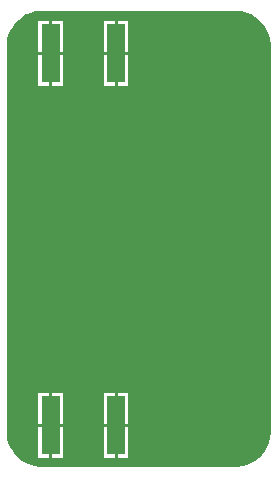
<source format=gbr>
%TF.GenerationSoftware,Altium Limited,Altium Designer,20.0.10 (225)*%
G04 Layer_Physical_Order=2*
G04 Layer_Color=16711680*
%FSLAX26Y26*%
%MOIN*%
%TF.FileFunction,Copper,L2,Bot,Signal*%
%TF.Part,Single*%
G01*
G75*
%TA.AperFunction,SMDPad,CuDef*%
%ADD11R,0.062992X0.196850*%
%TA.AperFunction,ViaPad*%
%ADD16C,0.050000*%
G36*
X5264981Y4893255D02*
X5279936Y4889247D01*
X5294241Y4883323D01*
X5307649Y4875581D01*
X5319932Y4866156D01*
X5330880Y4855208D01*
X5340306Y4842925D01*
X5348047Y4829516D01*
X5353972Y4815212D01*
X5357979Y4800257D01*
X5360000Y4784907D01*
Y4777165D01*
X5360000D01*
X5360000Y3494095D01*
X5360000Y3486353D01*
X5357979Y3471003D01*
X5353972Y3456048D01*
X5348047Y3441744D01*
X5340306Y3428335D01*
X5330880Y3416052D01*
X5319932Y3405104D01*
X5307649Y3395679D01*
X5294241Y3387937D01*
X5279937Y3382012D01*
X5264981Y3378005D01*
X5249631Y3375984D01*
X4590369D01*
X4575019Y3378005D01*
X4560063Y3382012D01*
X4545759Y3387937D01*
X4532351Y3395679D01*
X4520068Y3405104D01*
X4509120Y3416052D01*
X4499694Y3428335D01*
X4491953Y3441744D01*
X4486028Y3456048D01*
X4482021Y3471003D01*
X4480000Y3486353D01*
Y3494095D01*
X4480000D01*
X4480000Y4777165D01*
X4480000Y4784907D01*
X4482021Y4800257D01*
X4486028Y4815212D01*
X4491953Y4829516D01*
X4499694Y4842925D01*
X4509120Y4855208D01*
X4520068Y4866156D01*
X4532351Y4875581D01*
X4545759Y4883323D01*
X4560063Y4889247D01*
X4575019Y4893255D01*
X4590369Y4895276D01*
X5249631D01*
X5264981Y4893255D01*
D02*
G37*
%LPC*%
G36*
X4886201Y4861968D02*
X4849705D01*
Y4758543D01*
X4886201D01*
Y4861968D01*
D02*
G37*
G36*
X4839705D02*
X4803209D01*
Y4758543D01*
X4839705D01*
Y4861968D01*
D02*
G37*
G36*
X4668091D02*
X4631595D01*
Y4758543D01*
X4668091D01*
Y4861968D01*
D02*
G37*
G36*
X4621595D02*
X4585099D01*
Y4758543D01*
X4621595D01*
Y4861968D01*
D02*
G37*
G36*
X4886201Y4748543D02*
X4849705D01*
Y4645118D01*
X4886201D01*
Y4748543D01*
D02*
G37*
G36*
X4839705D02*
X4803209D01*
Y4645118D01*
X4839705D01*
Y4748543D01*
D02*
G37*
G36*
X4668091D02*
X4631595D01*
Y4645118D01*
X4668091D01*
Y4748543D01*
D02*
G37*
G36*
X4621595D02*
X4585099D01*
Y4645118D01*
X4621595D01*
Y4748543D01*
D02*
G37*
G36*
X4886201Y3622599D02*
X4849705D01*
Y3519173D01*
X4886201D01*
Y3622599D01*
D02*
G37*
G36*
X4668091D02*
X4631594D01*
Y3519173D01*
X4668091D01*
Y3622599D01*
D02*
G37*
G36*
X4621594D02*
X4585099D01*
Y3519173D01*
X4621594D01*
Y3622599D01*
D02*
G37*
G36*
X4839705D02*
X4803209D01*
Y3519173D01*
X4839705D01*
Y3622599D01*
D02*
G37*
G36*
X4886201Y3509173D02*
X4849705D01*
Y3405748D01*
X4886201D01*
Y3509173D01*
D02*
G37*
G36*
X4839705D02*
X4803209D01*
Y3405748D01*
X4839705D01*
Y3509173D01*
D02*
G37*
G36*
X4668091D02*
X4631594D01*
Y3405748D01*
X4668091D01*
Y3509173D01*
D02*
G37*
G36*
X4621594D02*
X4585099D01*
Y3405748D01*
X4621594D01*
Y3509173D01*
D02*
G37*
%LPD*%
D11*
X4844705Y3514173D02*
D03*
X4626595D02*
D03*
X4844705Y4753543D02*
D03*
X4626595D02*
D03*
D16*
X4830000Y4605000D02*
D03*
X4835000Y4550000D02*
D03*
X4645000Y4575000D02*
D03*
X4651374Y4354943D02*
D03*
X4651390Y4434470D02*
D03*
X4645000Y4500000D02*
D03*
X4835000Y4490000D02*
D03*
X4867563Y4273740D02*
D03*
X5110000Y4595000D02*
D03*
X5095000Y4265000D02*
D03*
X4651083Y4121092D02*
D03*
X5015000Y4265000D02*
D03*
X4945000D02*
D03*
X4647382Y3726074D02*
D03*
X4835000Y3665000D02*
D03*
X4530000Y3545000D02*
D03*
X4535000Y3615000D02*
D03*
X5024022Y3867192D02*
D03*
X4944494D02*
D03*
X4960069Y3691069D02*
D03*
X5039592Y3690289D02*
D03*
X5119120D02*
D03*
X5100000Y3875000D02*
D03*
X5085000Y4455000D02*
D03*
X5025000D02*
D03*
X4960672Y4455266D02*
D03*
X5150000Y4455000D02*
D03*
X4884254Y4459176D02*
D03*
X4651260Y4275415D02*
D03*
X4650781Y4195889D02*
D03*
X4651796Y4043418D02*
D03*
X4659057Y3964223D02*
D03*
X4650781Y3885127D02*
D03*
X4651390Y3805602D02*
D03*
X4630000Y3660000D02*
D03*
X4895000Y3685000D02*
D03*
X4880000Y3870000D02*
D03*
X4827684Y3904945D02*
D03*
X4827417Y3984472D02*
D03*
X4846786Y4061630D02*
D03*
X4849192Y4146745D02*
D03*
X4852292Y4221964D02*
D03*
%TF.MD5,e0caedd74918603396cb18dfb9ec552f*%
M02*

</source>
